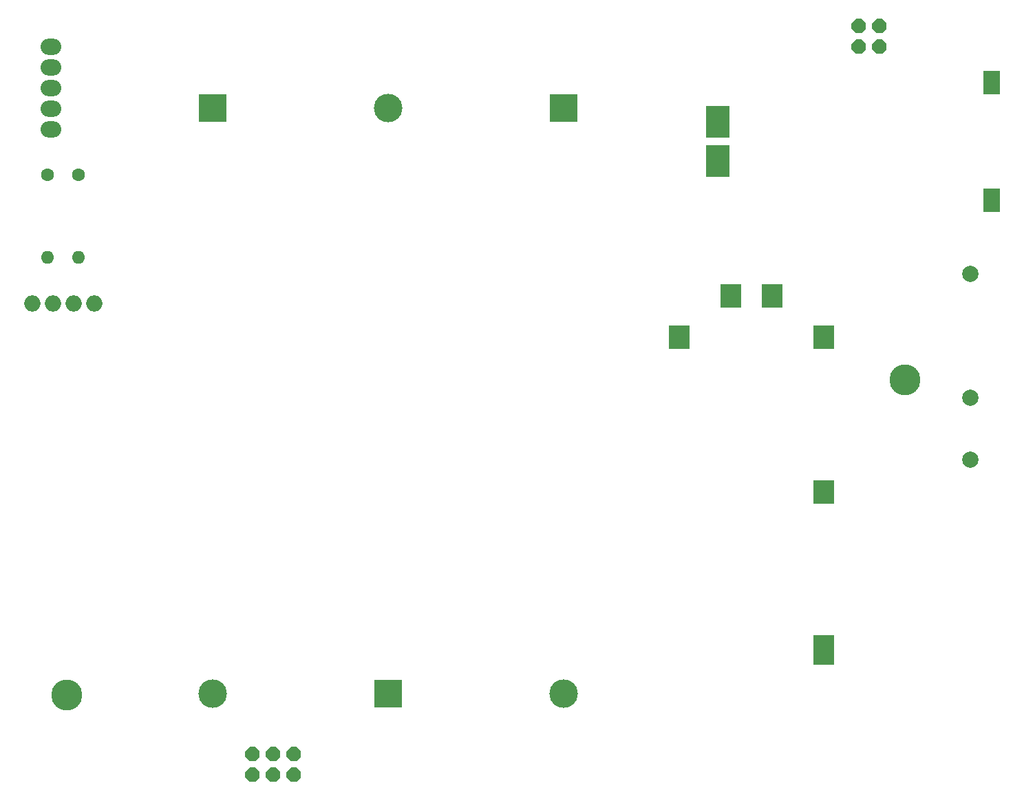
<source format=gbr>
%TF.GenerationSoftware,KiCad,Pcbnew,9.0.0*%
%TF.CreationDate,2025-05-09T22:52:23+03:00*%
%TF.ProjectId,QMX+ Battery + Audio Board,514d582b-2042-4617-9474-657279202b20,rev?*%
%TF.SameCoordinates,Original*%
%TF.FileFunction,Soldermask,Bot*%
%TF.FilePolarity,Negative*%
%FSLAX46Y46*%
G04 Gerber Fmt 4.6, Leading zero omitted, Abs format (unit mm)*
G04 Created by KiCad (PCBNEW 9.0.0) date 2025-05-09 22:52:23*
%MOMM*%
%LPD*%
G01*
G04 APERTURE LIST*
G04 Aperture macros list*
%AMOutline5P*
0 Free polygon, 5 corners , with rotation*
0 The origin of the aperture is its center*
0 number of corners: always 5*
0 $1 to $10 corner X, Y*
0 $11 Rotation angle, in degrees counterclockwise*
0 create outline with 5 corners*
4,1,5,$1,$2,$3,$4,$5,$6,$7,$8,$9,$10,$1,$2,$11*%
%AMOutline6P*
0 Free polygon, 6 corners , with rotation*
0 The origin of the aperture is its center*
0 number of corners: always 6*
0 $1 to $12 corner X, Y*
0 $13 Rotation angle, in degrees counterclockwise*
0 create outline with 6 corners*
4,1,6,$1,$2,$3,$4,$5,$6,$7,$8,$9,$10,$11,$12,$1,$2,$13*%
%AMOutline7P*
0 Free polygon, 7 corners , with rotation*
0 The origin of the aperture is its center*
0 number of corners: always 7*
0 $1 to $14 corner X, Y*
0 $15 Rotation angle, in degrees counterclockwise*
0 create outline with 7 corners*
4,1,7,$1,$2,$3,$4,$5,$6,$7,$8,$9,$10,$11,$12,$13,$14,$1,$2,$15*%
%AMOutline8P*
0 Free polygon, 8 corners , with rotation*
0 The origin of the aperture is its center*
0 number of corners: always 8*
0 $1 to $16 corner X, Y*
0 $17 Rotation angle, in degrees counterclockwise*
0 create outline with 8 corners*
4,1,8,$1,$2,$3,$4,$5,$6,$7,$8,$9,$10,$11,$12,$13,$14,$15,$16,$1,$2,$17*%
G04 Aperture macros list end*
%ADD10C,2.000000*%
%ADD11R,2.000000X3.000000*%
%ADD12R,3.000000X4.000000*%
%ADD13R,3.500000X3.500000*%
%ADD14C,3.500000*%
%ADD15O,2.000000X2.000000*%
%ADD16O,2.540000X2.000000*%
%ADD17C,1.600000*%
%ADD18O,1.600000X1.600000*%
%ADD19R,2.520000X1.551400*%
%ADD20R,2.500000X3.000000*%
%ADD21C,3.810000*%
%ADD22Outline8P,-0.889000X0.368236X-0.368236X0.889000X0.368236X0.889000X0.889000X0.368236X0.889000X-0.368236X0.368236X-0.889000X-0.368236X-0.889000X-0.889000X-0.368236X0.000000*%
%ADD23Outline8P,-0.889000X0.368236X-0.368236X0.889000X0.368236X0.889000X0.889000X0.368236X0.889000X-0.368236X0.368236X-0.889000X-0.368236X-0.889000X-0.889000X-0.368236X270.000000*%
G04 APERTURE END LIST*
D10*
%TO.C,F1*%
X210000000Y-101600000D03*
X210000000Y-86360000D03*
X210000000Y-109220000D03*
%TD*%
D11*
%TO.C,U1*%
X212668500Y-77317500D03*
X212668500Y-62839500D03*
D12*
X178938500Y-67665500D03*
X178938500Y-72491500D03*
%TD*%
D13*
%TO.C,BT3*%
X116840000Y-66000000D03*
D14*
X116840000Y-138000000D03*
%TD*%
D15*
%TO.C,U2*%
X102284000Y-90028200D03*
X99744000Y-90006100D03*
X94655000Y-90028200D03*
X97204000Y-90006100D03*
%TD*%
D16*
%TO.C,J1*%
X96940000Y-68640000D03*
X96940000Y-66100000D03*
X96940000Y-63560000D03*
X96940000Y-61020000D03*
X96940000Y-58480000D03*
%TD*%
D17*
%TO.C,R2*%
X96520000Y-74236000D03*
D18*
X96520000Y-84396000D03*
%TD*%
D17*
%TO.C,R1*%
X100330000Y-74236000D03*
D18*
X100330000Y-84396000D03*
%TD*%
D19*
%TO.C,BMS1*%
X192010000Y-133750300D03*
D20*
X192000000Y-132240000D03*
X192000000Y-113190000D03*
X192000000Y-94140000D03*
X174220000Y-94140000D03*
X180570000Y-89060000D03*
X185650000Y-89060000D03*
%TD*%
D21*
%TO.C,H1*%
X98840000Y-138172500D03*
%TD*%
%TO.C,H2*%
X201948750Y-99437500D03*
%TD*%
D13*
%TO.C,BT2*%
X138430000Y-138000000D03*
D14*
X138430000Y-66000000D03*
%TD*%
D13*
%TO.C,BT1*%
X160000000Y-66000000D03*
D14*
X160000000Y-138000000D03*
%TD*%
D22*
%TO.C,J2*%
X121700000Y-148010000D03*
X121700000Y-145470000D03*
X124240000Y-148010000D03*
X124240000Y-145470000D03*
X126780000Y-148010000D03*
X126780000Y-145470000D03*
%TD*%
D23*
%TO.C,J3*%
X196312500Y-55940000D03*
X198852500Y-55940000D03*
X196312500Y-58480000D03*
X198852500Y-58480000D03*
%TD*%
M02*

</source>
